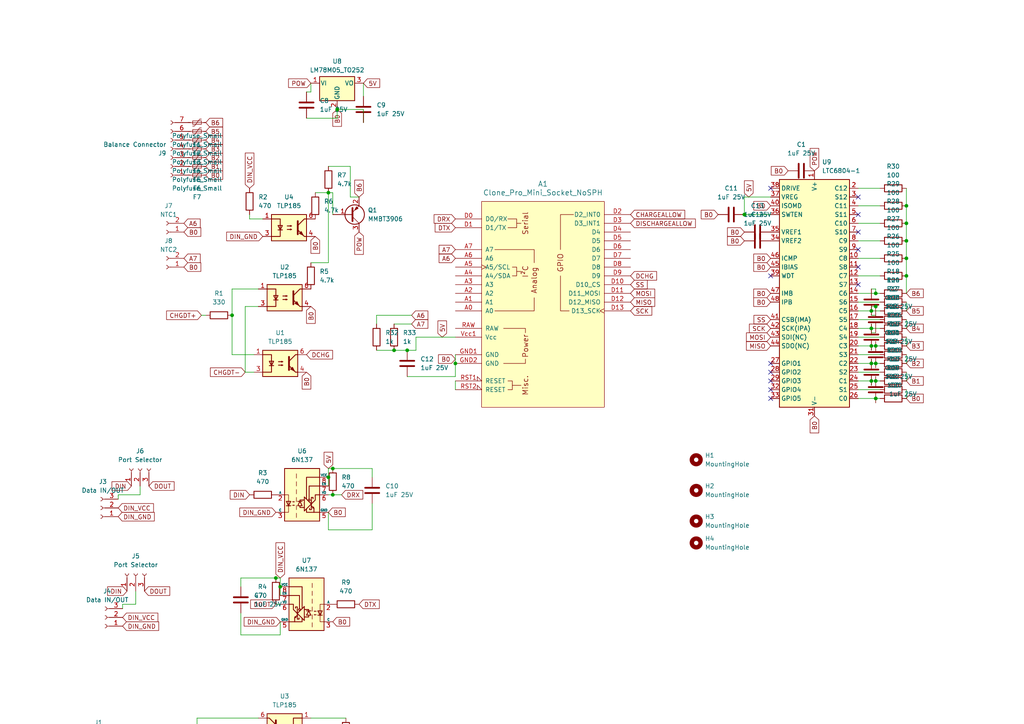
<source format=kicad_sch>
(kicad_sch (version 20230121) (generator eeschema)
  (paper "A4")
  (lib_symbols
    (symbol "Battery_Management:LTC6804-1"
      (property "Reference" "U" (at -10.16 34.29 0))
      (property "Value" "LTC6804-1" (at -16.51 -34.29 0))
      (symbol "LTC6804-1_1_1"
        (pin power_in line (at 0 35.56 270) (length 2.54) (name "V+") (number "1"))
        (pin input line (at 12.7 10.16 180) (length 2.54) (name "C8") (number "10"))
        (pin bidirectional line (at 12.7 7.62 180) (length 2.54) (name "S8") (number "11"))
        (pin input line (at 12.7 5.08 180) (length 2.54) (name "C7") (number "12"))
        (pin bidirectional line (at 12.7 2.54 180) (length 2.54) (name "S7") (number "13"))
        (pin input line (at 12.7 0 180) (length 2.54) (name "C6") (number "14"))
        (pin bidirectional line (at 12.7 -2.54 180) (length 2.54) (name "S6") (number "15"))
        (pin input line (at 12.7 -5.08 180) (length 2.54) (name "C5") (number "16"))
        (pin bidirectional line (at 12.7 -7.62 180) (length 2.54) (name "S5") (number "17"))
        (pin input line (at 12.7 -10.16 180) (length 2.54) (name "C4") (number "18"))
        (pin bidirectional line (at 12.7 -12.7 180) (length 2.54) (name "S4") (number "19"))
        (pin input line (at 12.7 30.48 180) (length 2.54) (name "C12") (number "2"))
        (pin input line (at 12.7 -15.24 180) (length 2.54) (name "C3") (number "20"))
        (pin bidirectional line (at 12.7 -17.78 180) (length 2.54) (name "S3") (number "21"))
        (pin input line (at 12.7 -20.32 180) (length 2.54) (name "C2") (number "22"))
        (pin bidirectional line (at 12.7 -22.86 180) (length 2.54) (name "S2") (number "23"))
        (pin input line (at 12.7 -25.4 180) (length 2.54) (name "C1") (number "24"))
        (pin bidirectional line (at 12.7 -27.94 180) (length 2.54) (name "S1") (number "25"))
        (pin input line (at 12.7 -30.48 180) (length 2.54) (name "C0") (number "26"))
        (pin bidirectional line (at -12.7 -20.32 0) (length 2.54) (name "GPIO1") (number "27"))
        (pin bidirectional line (at -12.7 -22.86 0) (length 2.54) (name "GPIO2") (number "28"))
        (pin bidirectional line (at -12.7 -25.4 0) (length 2.54) (name "GPIO3") (number "29"))
        (pin bidirectional line (at 12.7 27.94 180) (length 2.54) (name "S12") (number "3"))
        (pin passive line (at 0 -35.56 90) (length 2.54) hide (name "V-") (number "30"))
        (pin passive line (at 0 -35.56 90) (length 2.54) (name "V-") (number "31"))
        (pin bidirectional line (at -12.7 -27.94 0) (length 2.54) (name "GPIO4") (number "32"))
        (pin bidirectional line (at -12.7 -30.48 0) (length 2.54) (name "GPIO5") (number "33"))
        (pin output line (at -12.7 15.24 0) (length 2.54) (name "VREF2") (number "34"))
        (pin output line (at -12.7 17.78 0) (length 2.54) (name "VREF1") (number "35"))
        (pin input line (at -12.7 22.86 0) (length 2.54) (name "SWTEN") (number "36"))
        (pin input line (at -12.7 27.94 0) (length 2.54) (name "VREG") (number "37"))
        (pin output line (at -12.7 30.48 0) (length 2.54) (name "DRIVE") (number "38"))
        (pin output line (at -12.7 5.08 0) (length 2.54) (name "WDT") (number "39"))
        (pin input line (at 12.7 25.4 180) (length 2.54) (name "C11") (number "4"))
        (pin input line (at -12.7 25.4 0) (length 2.54) (name "ISOMD") (number "40"))
        (pin bidirectional line (at -12.7 -7.62 0) (length 2.54) (name "CSB(IMA)") (number "41"))
        (pin bidirectional line (at -12.7 -10.16 0) (length 2.54) (name "SCK(IPA)") (number "42"))
        (pin input line (at -12.7 -12.7 0) (length 2.54) (name "SDI(NC)") (number "43"))
        (pin open_collector line (at -12.7 -15.24 0) (length 2.54) (name "SDO(NC)") (number "44"))
        (pin passive line (at -12.7 7.62 0) (length 2.54) (name "IBIAS") (number "45"))
        (pin passive line (at -12.7 10.16 0) (length 2.54) (name "ICMP") (number "46"))
        (pin bidirectional line (at -12.7 0 0) (length 2.54) (name "IMB") (number "47"))
        (pin bidirectional line (at -12.7 -2.54 0) (length 2.54) (name "IPB") (number "48"))
        (pin bidirectional line (at 12.7 22.86 180) (length 2.54) (name "S11") (number "5"))
        (pin input line (at 12.7 20.32 180) (length 2.54) (name "C10") (number "6"))
        (pin bidirectional line (at 12.7 17.78 180) (length 2.54) (name "S10") (number "7"))
        (pin input line (at 12.7 15.24 180) (length 2.54) (name "C9") (number "8"))
        (pin bidirectional line (at 12.7 12.7 180) (length 2.54) (name "S9") (number "9"))
      )
    )
    (symbol "Connector:Conn_01x02_Socket" (pin_names (offset 1.016) hide)
      (property "Reference" "J" (at 0 2.54 0))
      (property "Value" "Conn_01x02_Socket" (at 0 -5.08 0))
      (symbol "Conn_01x02_Socket_1_1"
        (pin passive line (at -5.08 0 0) (length 3.81) (name "Pin_1") (number "1"))
        (pin passive line (at -5.08 -2.54 0) (length 3.81) (name "Pin_2") (number "2"))
      )
    )
    (symbol "Connector:Conn_01x03_Socket" (pin_names (offset 1.016) hide)
      (property "Reference" "J" (at 0 5.08 0))
      (property "Value" "Conn_01x03_Socket" (at 0 -5.08 0))
      (symbol "Conn_01x03_Socket_1_1"
        (pin passive line (at -5.08 2.54 0) (length 3.81) (name "Pin_1") (number "1"))
        (pin passive line (at -5.08 0 0) (length 3.81) (name "Pin_2") (number "2"))
        (pin passive line (at -5.08 -2.54 0) (length 3.81) (name "Pin_3") (number "3"))
      )
    )
    (symbol "Connector:Conn_01x06_Socket" (pin_names (offset 1.016) hide)
      (property "Reference" "J" (at 0 7.62 0))
      (property "Value" "Conn_01x06_Socket" (at 0 -10.16 0))
      (symbol "Conn_01x06_Socket_1_1"
        (pin passive line (at -5.08 5.08 0) (length 3.81) (name "Pin_1") (number "1"))
        (pin passive line (at -5.08 2.54 0) (length 3.81) (name "Pin_2") (number "2"))
        (pin passive line (at -5.08 0 0) (length 3.81) (name "Pin_3") (number "3"))
        (pin passive line (at -5.08 -2.54 0) (length 3.81) (name "Pin_4") (number "4"))
        (pin passive line (at -5.08 -5.08 0) (length 3.81) (name "Pin_5") (number "5"))
        (pin passive line (at -5.08 -7.62 0) (length 3.81) (name "Pin_6") (number "6"))
      )
    )
    (symbol "Connector:Conn_01x07_Socket" (pin_names (offset 1.016) hide)
      (property "Reference" "J" (at 0 10.16 0))
      (property "Value" "Conn_01x07_Socket" (at 0 -10.16 0))
      (symbol "Conn_01x07_Socket_1_1"
        (pin passive line (at -5.08 7.62 0) (length 3.81) (name "Pin_1") (number "1"))
        (pin passive line (at -5.08 5.08 0) (length 3.81) (name "Pin_2") (number "2"))
        (pin passive line (at -5.08 2.54 0) (length 3.81) (name "Pin_3") (number "3"))
        (pin passive line (at -5.08 0 0) (length 3.81) (name "Pin_4") (number "4"))
        (pin passive line (at -5.08 -2.54 0) (length 3.81) (name "Pin_5") (number "5"))
        (pin passive line (at -5.08 -5.08 0) (length 3.81) (name "Pin_6") (number "6"))
        (pin passive line (at -5.08 -7.62 0) (length 3.81) (name "Pin_7") (number "7"))
      )
    )
    (symbol "Device:C" (pin_numbers hide) (pin_names (offset 0.254))
      (property "Reference" "C" (at 0.635 2.54 0))
      (property "Value" "C" (at 0.635 -2.54 0))
      (symbol "C_1_1"
        (pin passive line (at 0 3.81 270) (length 2.794) (name "~") (number "1"))
        (pin passive line (at 0 -3.81 90) (length 2.794) (name "~") (number "2"))
      )
    )
    (symbol "Device:Polyfuse_Small" (pin_numbers hide) (pin_names (offset 0))
      (property "Reference" "F" (at -1.905 0 90))
      (property "Value" "Polyfuse_Small" (at 1.905 0 90))
      (symbol "Polyfuse_Small_1_1"
        (pin passive line (at 0 2.54 270) (length 0.635) (name "~") (number "1"))
        (pin passive line (at 0 -2.54 90) (length 0.635) (name "~") (number "2"))
      )
    )
    (symbol "Device:R" (pin_numbers hide) (pin_names (offset 0))
      (property "Reference" "R" (at 2.032 0 90))
      (property "Value" "R" (at 0 0 90))
      (symbol "R_1_1"
        (pin passive line (at 0 3.81 270) (length 1.27) (name "~") (number "1"))
        (pin passive line (at 0 -3.81 90) (length 1.27) (name "~") (number "2"))
      )
    )
    (symbol "Isolator:6N137" (pin_names (offset 0))
      (property "Reference" "U" (at -4.064 8.89 0))
      (property "Value" "6N137" (at 0 -8.89 0))
      (symbol "6N137_1_1"
        (pin no_connect line (at -5.08 5.08 0) (length 2.54) hide (name "NC") (number "1"))
        (pin passive line (at -7.62 0 0) (length 2.54) (name "A") (number "2"))
        (pin passive line (at -7.62 -5.08 0) (length 2.54) (name "C") (number "3"))
        (pin power_in line (at 7.62 -5.08 180) (length 2.54) (name "GND") (number "5"))
        (pin open_collector line (at 7.62 0 180) (length 2.54) (name "VO") (number "6"))
        (pin input line (at 7.62 2.54 180) (length 2.54) (name "EN") (number "7"))
        (pin power_in line (at 7.62 5.08 180) (length 2.54) (name "VCC") (number "8"))
      )
    )
    (symbol "Isolator:TLP185"
      (property "Reference" "U" (at -5.08 5.08 0))
      (property "Value" "TLP185" (at -5.08 -5.08 0))
      (symbol "TLP185_1_1"
        (pin passive line (at -7.62 2.54 0) (length 2.54) (name "~") (number "1"))
        (pin passive line (at -7.62 -2.54 0) (length 2.54) (name "~") (number "3"))
        (pin passive line (at 7.62 -2.54 180) (length 2.54) (name "~") (number "4"))
        (pin passive line (at 7.62 2.54 180) (length 2.54) (name "~") (number "6"))
      )
    )
    (symbol "Mechanical:MountingHole" (pin_names (offset 1.016))
      (property "Reference" "H" (at 0 5.08 0))
      (property "Value" "MountingHole" (at 0 3.175 0))
    )
    (symbol "Pro Mini:Arduino_Pro_Mini_Socket_NoSPH" (pin_names (offset 1.016))
      (property "Reference" "A" (at 0 36.83 0))
      (property "Value" "Arduino_Pro_Mini_Socket_NoSPH" (at 0 33.02 0))
      (symbol "Arduino_Pro_Mini_Socket_NoSPH_0_0"
        (text "Analog" (at -2.54 7.62 900) (effects (font (size 1.524 1.524))))
        (text "I²C" (at -5.08 10.16 900) (effects (font (size 1.524 1.524))))
        (text "Misc." (at -5.08 -22.86 900) (effects (font (size 1.524 1.524))))
        (text "Power" (at -5.08 -11.43 900) (effects (font (size 1.524 1.524))))
        (text "Serial" (at -5.08 24.13 900) (effects (font (size 1.524 1.524))))
      )
      (symbol "Arduino_Pro_Mini_Socket_NoSPH_1_0"
        (text "GPIO" (at 5.08 12.7 900) (effects (font (size 1.524 1.524))))
      )
      (symbol "Arduino_Pro_Mini_Socket_NoSPH_1_1"
        (pin bidirectional line (at -25.4 -1.27 0) (length 7.62) (name "A0") (number "A0"))
        (pin bidirectional line (at -25.4 1.27 0) (length 7.62) (name "A1") (number "A1"))
        (pin bidirectional line (at -25.4 3.81 0) (length 7.62) (name "A2") (number "A2"))
        (pin bidirectional line (at -25.4 6.35 0) (length 7.62) (name "A3") (number "A3"))
        (pin bidirectional line (at -25.4 8.89 0) (length 7.62) (name "A4/SDA") (number "A4"))
        (pin bidirectional clock (at -25.4 11.43 0) (length 7.62) (name "A5/SCL") (number "A5"))
        (pin input line (at -25.4 13.97 0) (length 7.62) (name "A6") (number "A6"))
        (pin input line (at -25.4 16.51 0) (length 7.62) (name "A7") (number "A7"))
        (pin bidirectional line (at -25.4 25.4 0) (length 7.62) (name "D0/RX") (number "D0"))
        (pin bidirectional line (at -25.4 22.86 0) (length 7.62) (name "D1/TX") (number "D1"))
        (pin bidirectional line (at 25.4 6.35 180) (length 7.62) (name "D10_CS") (number "D10"))
        (pin bidirectional line (at 25.4 3.81 180) (length 7.62) (name "D11_MOSI") (number "D11"))
        (pin bidirectional line (at 25.4 1.27 180) (length 7.62) (name "D12_MISO") (number "D12"))
        (pin bidirectional clock (at 25.4 -1.27 180) (length 7.62) (name "D13_SCK") (number "D13"))
        (pin bidirectional line (at 25.4 26.67 180) (length 7.62) (name "D2_INT0") (number "D2"))
        (pin bidirectional line (at 25.4 24.13 180) (length 7.62) (name "D3_INT1") (number "D3"))
        (pin bidirectional line (at 25.4 21.59 180) (length 7.62) (name "D4") (number "D4"))
        (pin bidirectional line (at 25.4 19.05 180) (length 7.62) (name "D5") (number "D5"))
        (pin bidirectional line (at 25.4 16.51 180) (length 7.62) (name "D6") (number "D6"))
        (pin bidirectional line (at 25.4 13.97 180) (length 7.62) (name "D7") (number "D7"))
        (pin bidirectional line (at 25.4 11.43 180) (length 7.62) (name "D8") (number "D8"))
        (pin bidirectional line (at 25.4 8.89 180) (length 7.62) (name "D9") (number "D9"))
        (pin power_in line (at -25.4 -13.97 0) (length 7.62) (name "GND") (number "GND1"))
        (pin power_in line (at -25.4 -16.51 0) (length 7.62) (name "GND") (number "GND2"))
        (pin power_in line (at -25.4 -6.35 0) (length 7.62) (name "RAW") (number "RAW"))
        (pin open_collector input_low (at -25.4 -21.59 0) (length 7.62) (name "RESET") (number "RST1"))
        (pin open_collector input_low (at -25.4 -24.13 0) (length 7.62) (name "RESET") (number "RST2"))
        (pin power_in line (at -25.4 -8.89 0) (length 7.62) (name "Vcc") (number "Vcc1"))
      )
    )
    (symbol "Regulator_Linear:LM78M05_TO252" (pin_names (offset 0.254))
      (property "Reference" "U" (at -3.81 3.175 0))
      (property "Value" "LM78M05_TO252" (at 0 3.175 0))
      (symbol "LM78M05_TO252_1_1"
        (pin power_in line (at -7.62 0 0) (length 2.54) (name "VI") (number "1"))
        (pin power_in line (at 0 -7.62 90) (length 2.54) (name "GND") (number "2"))
        (pin power_out line (at 7.62 0 180) (length 2.54) (name "VO") (number "3"))
      )
    )
    (symbol "Transistor_BJT:MMBT3906" (pin_names (offset 0) hide)
      (property "Reference" "Q" (at 5.08 1.905 0))
      (property "Value" "MMBT3906" (at 5.08 0 0))
      (symbol "MMBT3906_1_1"
        (pin input line (at -5.08 0 0) (length 5.715) (name "B") (number "1"))
        (pin passive line (at 2.54 -5.08 90) (length 2.54) (name "E") (number "2"))
        (pin passive line (at 2.54 5.08 270) (length 2.54) (name "C") (number "3"))
      )
    )
  )
  (junction (at 252.73 90.17))
  (junction (at 254 110.49))
  (junction (at 118.11 101.6))
  (junction (at 262.89 74.93))
  (junction (at 252.73 105.41))
  (junction (at 96.52 143.51))
  (junction (at 95.25 138.43))
  (junction (at 262.89 80.01))
  (junction (at 254 85.09))
  (junction (at 97.79 31.75))
  (junction (at 96.52 135.89))
  (junction (at 262.89 59.69))
  (junction (at 67.31 91.44))
  (junction (at 262.89 64.77))
  (junction (at 254 115.57))
  (junction (at 114.3 101.6))
  (junction (at 252.73 95.25))
  (junction (at 95.25 55.88))
  (junction (at 254 100.33))
  (junction (at 262.89 69.85))
  (junction (at 80.01 167.64))
  (junction (at 252.73 110.49))
  (junction (at 215.9 62.23))
  (junction (at 254 88.9))
  (junction (at 81.28 170.18))
  (junction (at 132.08 105.41))
  (junction (at 254 105.41))
  (junction (at 252.73 100.33))
  (no_connect (at 223.52 105.41))
  (no_connect (at 248.92 62.23))
  (no_connect (at 223.52 54.61))
  (no_connect (at 223.52 110.49))
  (no_connect (at 248.92 77.47))
  (no_connect (at 223.52 80.01))
  (no_connect (at 248.92 57.15))
  (no_connect (at 223.52 107.95))
  (no_connect (at 223.52 113.03))
  (no_connect (at 223.52 115.57))
  (no_connect (at 248.92 67.31))
  (no_connect (at 248.92 82.55))
  (no_connect (at 248.92 72.39))
  (wire (pts (xy 252.73 88.9) (xy 252.73 90.17)))
  (wire (pts (xy 248.92 54.61) (xy 255.27 54.61)))
  (wire (pts (xy 74.93 208.28) (xy 57.15 208.28)))
  (wire (pts (xy 33.02 214.63) (xy 57.15 214.63)))
  (wire (pts (xy 74.93 88.9) (xy 71.12 88.9)))
  (wire (pts (xy 97.79 31.75) (xy 97.79 34.29)))
  (wire (pts (xy 48.26 247.65) (xy 48.26 217.17)))
  (wire (pts (xy 254 115.57) (xy 254 116.84)))
  (wire (pts (xy 34.29 143.51) (xy 34.29 144.78)))
  (wire (pts (xy 101.6 48.26) (xy 101.6 57.15)))
  (wire (pts (xy 95.25 55.88) (xy 96.52 55.88)))
  (wire (pts (xy 69.85 184.15) (xy 81.28 184.15)))
  (wire (pts (xy 33.02 247.65) (xy 48.26 247.65)))
  (wire (pts (xy 45.72 252.73) (xy 45.72 222.25)))
  (wire (pts (xy 254 115.57) (xy 248.92 115.57)))
  (wire (pts (xy 118.11 101.6) (xy 120.65 101.6)))
  (wire (pts (xy 248.92 64.77) (xy 255.27 64.77)))
  (wire (pts (xy 91.44 55.88) (xy 95.25 55.88)))
  (wire (pts (xy 120.65 97.79) (xy 132.08 97.79)))
  (wire (pts (xy 132.08 109.22) (xy 132.08 105.41)))
  (wire (pts (xy 252.73 83.82) (xy 254 83.82)))
  (wire (pts (xy 252.73 110.49) (xy 254 110.49)))
  (wire (pts (xy 96.52 55.88) (xy 96.52 62.23)))
  (wire (pts (xy 92.71 213.36) (xy 92.71 232.41)))
  (wire (pts (xy 69.85 167.64) (xy 69.85 170.18)))
  (wire (pts (xy 81.28 167.64) (xy 81.28 170.18)))
  (wire (pts (xy 81.28 184.15) (xy 81.28 180.34)))
  (wire (pts (xy 248.92 107.95) (xy 255.27 107.95)))
  (wire (pts (xy 105.41 35.56) (xy 105.41 31.75)))
  (wire (pts (xy 101.6 57.15) (xy 104.14 57.15)))
  (wire (pts (xy 254 110.49) (xy 255.27 110.49)))
  (wire (pts (xy 97.79 30.48) (xy 97.79 31.75)))
  (wire (pts (xy 248.92 105.41) (xy 252.73 105.41)))
  (wire (pts (xy 72.39 63.5) (xy 76.2 63.5)))
  (wire (pts (xy 248.92 59.69) (xy 255.27 59.69)))
  (wire (pts (xy 215.9 57.15) (xy 215.9 62.23)))
  (wire (pts (xy 95.25 138.43) (xy 95.25 140.97)))
  (wire (pts (xy 262.89 54.61) (xy 262.89 59.69)))
  (wire (pts (xy 252.73 91.44) (xy 254 91.44)))
  (wire (pts (xy 114.3 93.98) (xy 119.38 93.98)))
  (wire (pts (xy 248.92 113.03) (xy 255.27 113.03)))
  (wire (pts (xy 88.9 34.29) (xy 97.79 34.29)))
  (wire (pts (xy 81.28 175.26) (xy 80.01 175.26)))
  (wire (pts (xy 248.92 80.01) (xy 255.27 80.01)))
  (wire (pts (xy 262.89 80.01) (xy 262.89 85.09)))
  (wire (pts (xy 69.85 167.64) (xy 80.01 167.64)))
  (wire (pts (xy 120.65 101.6) (xy 120.65 97.79)))
  (wire (pts (xy 248.92 85.09) (xy 254 85.09)))
  (wire (pts (xy 262.89 64.77) (xy 262.89 69.85)))
  (wire (pts (xy 262.89 59.69) (xy 262.89 64.77)))
  (wire (pts (xy 58.42 91.44) (xy 59.69 91.44)))
  (wire (pts (xy 39.37 171.45) (xy 39.37 175.26)))
  (wire (pts (xy 248.92 110.49) (xy 252.73 110.49)))
  (wire (pts (xy 248.92 69.85) (xy 255.27 69.85)))
  (wire (pts (xy 109.22 101.6) (xy 114.3 101.6)))
  (wire (pts (xy 252.73 110.49) (xy 252.73 111.76)))
  (wire (pts (xy 90.17 213.36) (xy 92.71 213.36)))
  (wire (pts (xy 252.73 93.98) (xy 252.73 95.25)))
  (wire (pts (xy 262.89 107.95) (xy 262.89 110.49)))
  (wire (pts (xy 118.11 109.22) (xy 132.08 109.22)))
  (wire (pts (xy 109.22 91.44) (xy 109.22 93.98)))
  (wire (pts (xy 248.92 92.71) (xy 255.27 92.71)))
  (wire (pts (xy 67.31 83.82) (xy 74.93 83.82)))
  (wire (pts (xy 72.39 62.23) (xy 72.39 63.5)))
  (wire (pts (xy 248.92 100.33) (xy 252.73 100.33)))
  (wire (pts (xy 71.12 107.95) (xy 73.66 107.95)))
  (wire (pts (xy 57.15 208.28) (xy 57.15 214.63)))
  (wire (pts (xy 95.25 55.88) (xy 95.25 76.2)))
  (wire (pts (xy 67.31 91.44) (xy 67.31 83.82)))
  (wire (pts (xy 58.42 213.36) (xy 58.42 245.11)))
  (wire (pts (xy 248.92 97.79) (xy 255.27 97.79)))
  (wire (pts (xy 76.2 227.33) (xy 59.69 227.33)))
  (wire (pts (xy 254 105.41) (xy 255.27 105.41)))
  (wire (pts (xy 58.42 245.11) (xy 33.02 245.11)))
  (wire (pts (xy 114.3 101.6) (xy 118.11 101.6)))
  (wire (pts (xy 262.89 92.71) (xy 262.89 95.25)))
  (wire (pts (xy 107.95 153.67) (xy 95.25 153.67)))
  (wire (pts (xy 69.85 177.8) (xy 69.85 184.15)))
  (wire (pts (xy 95.25 135.89) (xy 95.25 138.43)))
  (wire (pts (xy 254 83.82) (xy 254 85.09)))
  (wire (pts (xy 81.28 170.18) (xy 81.28 172.72)))
  (wire (pts (xy 252.73 101.6) (xy 252.73 100.33)))
  (wire (pts (xy 262.89 97.79) (xy 262.89 100.33)))
  (wire (pts (xy 223.52 57.15) (xy 215.9 57.15)))
  (wire (pts (xy 95.25 143.51) (xy 96.52 143.51)))
  (wire (pts (xy 33.02 219.71) (xy 59.69 219.71)))
  (wire (pts (xy 34.29 143.51) (xy 40.64 143.51)))
  (wire (pts (xy 95.25 153.67) (xy 95.25 148.59)))
  (wire (pts (xy 254 96.52) (xy 252.73 96.52)))
  (wire (pts (xy 45.72 222.25) (xy 33.02 222.25)))
  (wire (pts (xy 76.2 232.41) (xy 55.88 232.41)))
  (wire (pts (xy 107.95 146.05) (xy 107.95 153.67)))
  (wire (pts (xy 132.08 102.87) (xy 132.08 105.41)))
  (wire (pts (xy 100.33 215.9) (xy 100.33 217.17)))
  (wire (pts (xy 248.92 95.25) (xy 252.73 95.25)))
  (wire (pts (xy 262.89 102.87) (xy 262.89 105.41)))
  (wire (pts (xy 40.64 140.97) (xy 40.64 143.51)))
  (wire (pts (xy 252.73 96.52) (xy 252.73 95.25)))
  (wire (pts (xy 252.73 104.14) (xy 252.73 105.41)))
  (wire (pts (xy 107.95 138.43) (xy 107.95 135.89)))
  (wire (pts (xy 254 99.06) (xy 254 100.33)))
  (wire (pts (xy 248.92 74.93) (xy 255.27 74.93)))
  (wire (pts (xy 55.88 232.41) (xy 55.88 250.19)))
  (wire (pts (xy 96.52 143.51) (xy 99.06 143.51)))
  (wire (pts (xy 254 88.9) (xy 252.73 88.9)))
  (wire (pts (xy 90.17 76.2) (xy 95.25 76.2)))
  (wire (pts (xy 105.41 31.75) (xy 97.79 31.75)))
  (wire (pts (xy 248.92 102.87) (xy 255.27 102.87)))
  (wire (pts (xy 48.26 217.17) (xy 33.02 217.17)))
  (wire (pts (xy 262.89 87.63) (xy 262.89 90.17)))
  (wire (pts (xy 91.44 227.33) (xy 100.33 227.33)))
  (wire (pts (xy 105.41 24.13) (xy 105.41 27.94)))
  (wire (pts (xy 33.02 252.73) (xy 45.72 252.73)))
  (wire (pts (xy 254 105.41) (xy 254 106.68)))
  (wire (pts (xy 252.73 105.41) (xy 254 105.41)))
  (wire (pts (xy 252.73 90.17) (xy 255.27 90.17)))
  (wire (pts (xy 71.12 88.9) (xy 71.12 107.95)))
  (wire (pts (xy 215.9 62.23) (xy 223.52 62.23)))
  (wire (pts (xy 262.89 69.85) (xy 262.89 74.93)))
  (wire (pts (xy 80.01 167.64) (xy 81.28 167.64)))
  (wire (pts (xy 100.33 208.28) (xy 90.17 208.28)))
  (wire (pts (xy 252.73 100.33) (xy 254 100.33)))
  (wire (pts (xy 35.56 175.26) (xy 35.56 176.53)))
  (wire (pts (xy 248.92 87.63) (xy 255.27 87.63)))
  (wire (pts (xy 96.52 135.89) (xy 107.95 135.89)))
  (wire (pts (xy 58.42 213.36) (xy 74.93 213.36)))
  (wire (pts (xy 255.27 115.57) (xy 254 115.57)))
  (wire (pts (xy 252.73 95.25) (xy 255.27 95.25)))
  (wire (pts (xy 248.92 90.17) (xy 252.73 90.17)))
  (wire (pts (xy 33.02 250.19) (xy 55.88 250.19)))
  (wire (pts (xy 119.38 91.44) (xy 109.22 91.44)))
  (wire (pts (xy 67.31 102.87) (xy 67.31 91.44)))
  (wire (pts (xy 59.69 227.33) (xy 59.69 219.71)))
  (wire (pts (xy 254 109.22) (xy 254 110.49)))
  (wire (pts (xy 132.08 110.49) (xy 132.08 113.03)))
  (wire (pts (xy 254 100.33) (xy 255.27 100.33)))
  (wire (pts (xy 96.52 135.89) (xy 95.25 135.89)))
  (wire (pts (xy 95.25 48.26) (xy 101.6 48.26)))
  (wire (pts (xy 73.66 102.87) (xy 67.31 102.87)))
  (wire (pts (xy 88.9 26.67) (xy 90.17 26.67)))
  (wire (pts (xy 262.89 113.03) (xy 262.89 115.57)))
  (wire (pts (xy 35.56 175.26) (xy 39.37 175.26)))
  (wire (pts (xy 92.71 232.41) (xy 91.44 232.41)))
  (wire (pts (xy 254 88.9) (xy 254 91.44)))
  (wire (pts (xy 90.17 26.67) (xy 90.17 24.13)))
  (wire (pts (xy 254 85.09) (xy 255.27 85.09)))
  (wire (pts (xy 262.89 74.93) (xy 262.89 80.01)))
  (global_label "DTX" (shape input) (at 104.14 175.26 0) (property "Intersheetrefs" "${INTERSHEET_REFS}" (effects hide)))
  (global_label "B1" (shape input) (at 262.89 110.49 0) (property "Intersheetrefs" "${INTERSHEET_REFS}" (effects hide)))
  (global_label "B3" (shape input) (at 59.69 43.18 0) (property "Intersheetrefs" "${INTERSHEET_REFS}" (effects hide)))
  (global_label "A7" (shape input) (at 53.34 74.93 0) (property "Intersheetrefs" "${INTERSHEET_REFS}" (effects hide)))
  (global_label "A7" (shape input) (at 119.38 93.98 0) (property "Intersheetrefs" "${INTERSHEET_REFS}" (effects hide)))
  (global_label "B0" (shape input) (at 223.52 74.93 180) (property "Intersheetrefs" "${INTERSHEET_REFS}" (effects hide)))
  (global_label "DIN_GND" (shape input) (at 81.28 180.34 180) (property "Intersheetrefs" "${INTERSHEET_REFS}" (effects hide)))
  (global_label "B4" (shape input) (at 59.69 40.64 0) (property "Intersheetrefs" "${INTERSHEET_REFS}" (effects hide)))
  (global_label "B6" (shape input) (at 104.14 57.15 90) (property "Intersheetrefs" "${INTERSHEET_REFS}" (effects hide)))
  (global_label "DIN_GND" (shape input) (at 35.56 181.61 0) (property "Intersheetrefs" "${INTERSHEET_REFS}" (effects hide)))
  (global_label "DIN_GND" (shape input) (at 34.29 149.86 0) (property "Intersheetrefs" "${INTERSHEET_REFS}" (effects hide)))
  (global_label "MOSI" (shape input) (at 223.52 97.79 180) (property "Intersheetrefs" "${INTERSHEET_REFS}" (effects hide)))
  (global_label "DTX" (shape input) (at 132.08 66.04 180) (property "Intersheetrefs" "${INTERSHEET_REFS}" (effects hide)))
  (global_label "B0" (shape input) (at 53.34 77.47 0) (property "Intersheetrefs" "${INTERSHEET_REFS}" (effects hide)))
  (global_label "A6" (shape input) (at 119.38 91.44 0) (property "Intersheetrefs" "${INTERSHEET_REFS}" (effects hide)))
  (global_label "SCK" (shape input) (at 182.88 90.17 0) (property "Intersheetrefs" "${INTERSHEET_REFS}" (effects hide)))
  (global_label "CHGDT+" (shape input) (at 33.02 224.79 0) (property "Intersheetrefs" "${INTERSHEET_REFS}" (effects hide)))
  (global_label "A7" (shape input) (at 132.08 72.39 180) (property "Intersheetrefs" "${INTERSHEET_REFS}" (effects hide)))
  (global_label "DISCHARGEALLOW" (shape input) (at 182.88 64.77 0) (property "Intersheetrefs" "${INTERSHEET_REFS}" (effects hide)))
  (global_label "5V" (shape input) (at 95.25 135.89 90) (property "Intersheetrefs" "${INTERSHEET_REFS}" (effects hide)))
  (global_label "B0" (shape input) (at 95.25 148.59 0) (property "Intersheetrefs" "${INTERSHEET_REFS}" (effects hide)))
  (global_label "B5" (shape input) (at 262.89 90.17 0) (property "Intersheetrefs" "${INTERSHEET_REFS}" (effects hide)))
  (global_label "DIN_GND" (shape input) (at 80.01 148.59 180) (property "Intersheetrefs" "${INTERSHEET_REFS}" (effects hide)))
  (global_label "B6" (shape input) (at 59.69 35.56 0) (property "Intersheetrefs" "${INTERSHEET_REFS}" (effects hide)))
  (global_label "SS" (shape input) (at 223.52 92.71 180) (property "Intersheetrefs" "${INTERSHEET_REFS}" (effects hide)))
  (global_label "5V" (shape input) (at 105.41 24.13 0) (property "Intersheetrefs" "${INTERSHEET_REFS}" (effects hide)))
  (global_label "DIN" (shape input) (at 38.1 140.97 180) (property "Intersheetrefs" "${INTERSHEET_REFS}" (effects hide)))
  (global_label "MISO" (shape input) (at 223.52 100.33 180) (property "Intersheetrefs" "${INTERSHEET_REFS}" (effects hide)))
  (global_label "B6" (shape input) (at 262.89 85.09 0) (property "Intersheetrefs" "${INTERSHEET_REFS}" (effects hide)))
  (global_label "DCHG" (shape input) (at 88.9 102.87 0) (property "Intersheetrefs" "${INTERSHEET_REFS}" (effects hide)))
  (global_label "B3" (shape input) (at 262.89 100.33 0) (property "Intersheetrefs" "${INTERSHEET_REFS}" (effects hide)))
  (global_label "B0" (shape input) (at 208.28 62.23 180) (property "Intersheetrefs" "${INTERSHEET_REFS}" (effects hide)))
  (global_label "CHGDT+" (shape input) (at 58.42 91.44 180) (property "Intersheetrefs" "${INTERSHEET_REFS}" (effects hide)))
  (global_label "B0" (shape input) (at 132.08 104.14 180) (property "Intersheetrefs" "${INTERSHEET_REFS}" (effects hide)))
  (global_label "SS" (shape input) (at 182.88 82.55 0) (property "Intersheetrefs" "${INTERSHEET_REFS}" (effects hide)))
  (global_label "DIN_VCC" (shape input) (at 81.28 167.64 90) (property "Intersheetrefs" "${INTERSHEET_REFS}" (effects hide)))
  (global_label "B0" (shape input) (at 88.9 107.95 270) (property "Intersheetrefs" "${INTERSHEET_REFS}" (effects hide)))
  (global_label "CHGDT-" (shape input) (at 33.02 227.33 0) (property "Intersheetrefs" "${INTERSHEET_REFS}" (effects hide)))
  (global_label "DOUT" (shape input) (at 43.18 140.97 0) (property "Intersheetrefs" "${INTERSHEET_REFS}" (effects hide)))
  (global_label "DIN" (shape input) (at 36.83 171.45 180) (property "Intersheetrefs" "${INTERSHEET_REFS}" (effects hide)))
  (global_label "DIN_GND" (shape input) (at 76.2 68.58 180) (property "Intersheetrefs" "${INTERSHEET_REFS}" (effects hide)))
  (global_label "B0" (shape input) (at 53.34 67.31 0) (property "Intersheetrefs" "${INTERSHEET_REFS}" (effects hide)))
  (global_label "CHARGEALLOW" (shape input) (at 182.88 62.23 0) (property "Intersheetrefs" "${INTERSHEET_REFS}" (effects hide)))
  (global_label "B0" (shape input) (at 215.9 67.31 180) (property "Intersheetrefs" "${INTERSHEET_REFS}" (effects hide)))
  (global_label "B0" (shape input) (at 97.79 31.75 270) (property "Intersheetrefs" "${INTERSHEET_REFS}" (effects hide)))
  (global_label "B0" (shape input) (at 59.69 50.8 0) (property "Intersheetrefs" "${INTERSHEET_REFS}" (effects hide)))
  (global_label "B2" (shape input) (at 59.69 45.72 0) (property "Intersheetrefs" "${INTERSHEET_REFS}" (effects hide)))
  (global_label "CHARGEALLOW" (shape input) (at 100.33 219.71 0) (property "Intersheetrefs" "${INTERSHEET_REFS}" (effects hide)))
  (global_label "A6" (shape input) (at 53.34 64.77 0) (property "Intersheetrefs" "${INTERSHEET_REFS}" (effects hide)))
  (global_label "CHGDT+" (shape input) (at 33.02 255.27 0) (property "Intersheetrefs" "${INTERSHEET_REFS}" (effects hide)))
  (global_label "5V" (shape input) (at 217.17 57.15 90) (property "Intersheetrefs" "${INTERSHEET_REFS}" (effects hide)))
  (global_label "5V" (shape input) (at 128.27 97.79 90) (property "Intersheetrefs" "${INTERSHEET_REFS}" (effects hide)))
  (global_label "B5" (shape input) (at 59.69 38.1 0) (property "Intersheetrefs" "${INTERSHEET_REFS}" (effects hide)))
  (global_label "B0" (shape input) (at 262.89 115.57 0) (property "Intersheetrefs" "${INTERSHEET_REFS}" (effects hide)))
  (global_label "B0" (shape input) (at 215.9 69.85 180) (property "Intersheetrefs" "${INTERSHEET_REFS}" (effects hide)))
  (global_label "DIN_VCC" (shape input) (at 72.39 54.61 90) (property "Intersheetrefs" "${INTERSHEET_REFS}" (effects hide)))
  (global_label "B0" (shape input) (at 228.6 49.53 180) (property "Intersheetrefs" "${INTERSHEET_REFS}" (effects hide)))
  (global_label "DOUT" (shape input) (at 41.91 171.45 0) (property "Intersheetrefs" "${INTERSHEET_REFS}" (effects hide)))
  (global_label "B2" (shape input) (at 262.89 105.41 0) (property "Intersheetrefs" "${INTERSHEET_REFS}" (effects hide)))
  (global_label "DIN_VCC" (shape input) (at 35.56 179.07 0) (property "Intersheetrefs" "${INTERSHEET_REFS}" (effects hide)))
  (global_label "MOSI" (shape input) (at 182.88 85.09 0) (property "Intersheetrefs" "${INTERSHEET_REFS}" (effects hide)))
  (global_label "POW" (shape input) (at 104.14 67.31 270) (property "Intersheetrefs" "${INTERSHEET_REFS}" (effects hide)))
  (global_label "B0" (shape input) (at 91.44 68.58 270) (property "Intersheetrefs" "${INTERSHEET_REFS}" (effects hide)))
  (global_label "POW" (shape input) (at 236.22 49.53 90) (property "Intersheetrefs" "${INTERSHEET_REFS}" (effects hide)))
  (global_label "B0" (shape input) (at 92.71 229.87 0) (property "Intersheetrefs" "${INTERSHEET_REFS}" (effects hide)))
  (global_label "DRX" (shape input) (at 132.08 63.5 180) (property "Intersheetrefs" "${INTERSHEET_REFS}" (effects hide)))
  (global_label "SCK" (shape input) (at 223.52 95.25 180) (property "Intersheetrefs" "${INTERSHEET_REFS}" (effects hide)))
  (global_label "DCHG" (shape input) (at 182.88 80.01 0) (property "Intersheetrefs" "${INTERSHEET_REFS}" (effects hide)))
  (global_label "CHGDT-" (shape input) (at 33.02 257.81 0) (property "Intersheetrefs" "${INTERSHEET_REFS}" (effects hide)))
  (global_label "DOUT" (shape input) (at 80.01 175.26 180) (property "Intersheetrefs" "${INTERSHEET_REFS}" (effects hide)))
  (global_label "DRX" (shape input) (at 99.06 143.51 0) (property "Intersheetrefs" "${INTERSHEET_REFS}" (effects hide)))
  (global_label "B0" (shape input) (at 223.52 77.47 180) (property "Intersheetrefs" "${INTERSHEET_REFS}" (effects hide)))
  (global_label "DIN" (shape input) (at 72.39 143.51 180) (property "Intersheetrefs" "${INTERSHEET_REFS}" (effects hide)))
  (global_label "B0" (shape input) (at 223.52 87.63 180) (property "Intersheetrefs" "${INTERSHEET_REFS}" (effects hide)))
  (global_label "MISO" (shape input) (at 182.88 87.63 0) (property "Intersheetrefs" "${INTERSHEET_REFS}" (effects hide)))
  (global_label "DISCHARGEALLOW" (shape input) (at 100.33 217.17 0) (property "Intersheetrefs" "${INTERSHEET_REFS}" (effects hide)))
  (global_label "B0" (shape input) (at 96.52 180.34 0) (property "Intersheetrefs" "${INTERSHEET_REFS}" (effects hide)))
  (global_label "CHGDT-" (shape input) (at 71.12 107.95 180) (property "Intersheetrefs" "${INTERSHEET_REFS}" (effects hide)))
  (global_label "DIN_VCC" (shape input) (at 34.29 147.32 0) (property "Intersheetrefs" "${INTERSHEET_REFS}" (effects hide)))
  (global_label "B1" (shape input) (at 59.69 48.26 0) (property "Intersheetrefs" "${INTERSHEET_REFS}" (effects hide)))
  (global_label "A6" (shape input) (at 132.08 74.93 180) (property "Intersheetrefs" "${INTERSHEET_REFS}" (effects hide)))
  (global_label "B4" (shape input) (at 262.89 95.25 0) (property "Intersheetrefs" "${INTERSHEET_REFS}" (effects hide)))
  (global_label "B0" (shape input) (at 90.17 88.9 270) (property "Intersheetrefs" "${INTERSHEET_REFS}" (effects hide)))
  (global_label "POW" (shape input) (at 90.17 24.13 180) (property "Intersheetrefs" "${INTERSHEET_REFS}" (effects hide)))
  (global_label "B0" (shape input) (at 223.52 85.09 180) (property "Intersheetrefs" "${INTERSHEET_REFS}" (effects hide)))
  (global_label "B0" (shape input) (at 236.22 120.65 270) (property "Intersheetrefs" "${INTERSHEET_REFS}" (effects hide)))
  (global_label "B0" (shape input) (at 223.52 59.69 180) (property "Intersheetrefs" "${INTERSHEET_REFS}" (effects hide)))
  (symbol (lib_id "Device:C") (at 212.09 62.23 270) (unit 1)
    (property "Reference" "C11" (at 212.09 54.61 90))
    (property "Value" "1uF 25V" (at 212.09 57.15 90))
    (property "Footprint" "Capacitor_SMD:C_0805_2012Metric_Pad1.18x1.45mm_HandSolder" (effects hide))
  )
  (symbol (lib_id "Device:R") (at 259.08 92.71 270) (unit 1)
    (property "Reference" "R23" (at 259.08 86.36 90))
    (property "Value" "22" (at 259.08 88.9 90))
    (property "Footprint" "Resistor_SMD:R_0805_2012Metric_Pad1.20x1.40mm_HandSolder" (effects hide))
  )
  (symbol (lib_id "Device:R") (at 259.08 54.61 270) (unit 1)
    (property "Reference" "R30" (at 259.08 48.26 90))
    (property "Value" "100" (at 259.08 50.8 90))
    (property "Footprint" "Resistor_SMD:R_0805_2012Metric_Pad1.20x1.40mm_HandSolder" (effects hide))
  )
  (symbol (lib_id "Mechanical:MountingHole") (at 201.93 133.35 0) (unit 1)
    (property "Reference" "H1" (at 204.47 132.08 0) (effects (justify left)))
    (property "Value" "MountingHole" (at 204.47 134.62 0) (effects (justify left)))
    (property "Footprint" "MountingHole:MountingHole_3.2mm_M3" (effects hide))
  )
  (symbol (lib_id "Connector:Conn_01x06_Socket") (at 27.94 222.25 180) (unit 1)
    (property "Reference" "J1" (at 28.575 209.55 0))
    (property "Value" "CHG/DSCHG CTRL" (at 28.575 212.09 0))
    (property "Footprint" "Connector_JST:JST_XH_S6B-XH-A_1x06_P2.50mm_Horizontal" (effects hide))
  )
  (symbol (lib_id "Device:R") (at 100.33 175.26 90) (mirror x) (unit 1)
    (property "Reference" "R9" (at 100.33 168.91 90))
    (property "Value" "470" (at 100.33 171.45 90))
    (property "Footprint" "Resistor_SMD:R_0805_2012Metric_Pad1.20x1.40mm_HandSolder" (effects hide))
  )
  (symbol (lib_id "Device:R") (at 259.08 69.85 270) (unit 1)
    (property "Reference" "R27" (at 259.08 63.5 90))
    (property "Value" "100" (at 259.08 66.04 90))
    (property "Footprint" "Resistor_SMD:R_0805_2012Metric_Pad1.20x1.40mm_HandSolder" (effects hide))
  )
  (symbol (lib_id "Device:C") (at 252.73 87.63 0) (unit 1)
    (property "Reference" "C15" (at 256.54 86.36 0) (effects (justify left)))
    (property "Value" "1uF 25V" (at 256.54 88.9 0) (effects (justify left)))
    (property "Footprint" "Capacitor_SMD:C_0805_2012Metric_Pad1.18x1.45mm_HandSolder" (effects hide))
  )
  (symbol (lib_id "Device:R") (at 259.08 80.01 270) (unit 1)
    (property "Reference" "R25" (at 259.08 73.66 90))
    (property "Value" "100" (at 259.08 76.2 90))
    (property "Footprint" "Resistor_SMD:R_0805_2012Metric_Pad1.20x1.40mm_HandSolder" (effects hide))
  )
  (symbol (lib_id "Regulator_Linear:LM78M05_TO252") (at 97.79 24.13 0) (unit 1)
    (property "Reference" "U8" (at 97.79 17.78 0))
    (property "Value" "LM78M05_TO252" (at 97.79 20.32 0))
    (property "Footprint" "Package_TO_SOT_SMD:TO-252-2" (effects hide))
    (property "Datasheet" "https://www.onsemi.com/pub/Collateral/MC78M00-D.PDF" (effects hide))
  )
  (symbol (lib_id "Pro Mini:Arduino_Pro_Mini_Socket_NoSPH") (at 157.48 88.9 0) (unit 1)
    (property "Reference" "A1" (at 157.48 53.34 0) (effects (font (size 1.524 1.524))))
    (property "Value" "Clone_Pro_Mini_Socket_NoSPH" (at 157.48 55.88 0) (effects (font (size 1.524 1.524))))
    (property "Footprint" "Pro Mini:Clone_Pro_Mini_Socket_NoSPH" (effects hide))
    (property "Datasheet" "https://docs.arduino.cc/retired/boards/arduino-pro-mini" (effects hide))
  )
  (symbol (lib_id "Device:R") (at 259.08 102.87 270) (unit 1)
    (property "Reference" "R21" (at 259.08 96.52 90))
    (property "Value" "22" (at 259.08 99.06 90))
    (property "Footprint" "Resistor_SMD:R_0805_2012Metric_Pad1.20x1.40mm_HandSolder" (effects hide))
  )
  (symbol (lib_id "Device:C") (at 252.73 107.95 0) (unit 1)
    (property "Reference" "C19" (at 256.54 106.68 0) (effects (justify left)))
    (property "Value" "1uF 25V" (at 256.54 109.22 0) (effects (justify left)))
    (property "Footprint" "Capacitor_SMD:C_0805_2012Metric_Pad1.18x1.45mm_HandSolder" (effects hide))
  )
  (symbol (lib_id "Device:C") (at 232.41 49.53 90) (unit 1)
    (property "Reference" "C1" (at 232.41 41.91 90))
    (property "Value" "1uF 25V" (at 232.41 44.45 90))
    (property "Footprint" "Capacitor_SMD:C_0805_2012Metric_Pad1.18x1.45mm_HandSolder" (effects hide))
  )
  (symbol (lib_id "Device:R") (at 259.08 59.69 270) (unit 1)
    (property "Reference" "R29" (at 259.08 53.34 90))
    (property "Value" "100" (at 259.08 55.88 90))
    (property "Footprint" "Resistor_SMD:R_0805_2012Metric_Pad1.20x1.40mm_HandSolder" (effects hide))
  )
  (symbol (lib_id "Device:C") (at 252.73 97.79 0) (unit 1)
    (property "Reference" "C17" (at 256.54 96.52 0) (effects (justify left)))
    (property "Value" "1uF 25V" (at 256.54 99.06 0) (effects (justify left)))
    (property "Footprint" "Capacitor_SMD:C_0805_2012Metric_Pad1.18x1.45mm_HandSolder" (effects hide))
  )
  (symbol (lib_id "Device:Polyfuse_Small") (at 57.15 45.72 270) (unit 1)
    (property "Reference" "F5" (at 57.15 52.07 90))
    (property "Value" "Polyfuse_Small" (at 57.15 49.53 90))
    (property "Footprint" "Resistor_SMD:R_1206_3216Metric_Pad1.30x1.75mm_HandSolder" (effects hide))
  )
  (symbol (lib_id "Device:R") (at 259.08 100.33 270) (unit 1)
    (property "Reference" "R15" (at 259.08 93.98 90))
    (property "Value" "100" (at 259.08 96.52 90))
    (property "Footprint" "Resistor_SMD:R_0805_2012Metric_Pad1.20x1.40mm_HandSolder" (effects hide))
  )
  (symbol (lib_id "Device:R") (at 259.08 110.49 270) (unit 1)
    (property "Reference" "R13" (at 259.08 104.14 90))
    (property "Value" "100" (at 259.08 106.68 90))
    (property "Footprint" "Resistor_SMD:R_0805_2012Metric_Pad1.20x1.40mm_HandSolder" (effects hide))
  )
  (symbol (lib_id "Device:C") (at 105.41 31.75 0) (unit 1)
    (property "Reference" "C9" (at 109.22 30.48 0) (effects (justify left)))
    (property "Value" "1uF 25V" (at 109.22 33.02 0) (effects (justify left)))
    (property "Footprint" "Capacitor_SMD:C_0805_2012Metric_Pad1.18x1.45mm_HandSolder" (effects hide))
  )
  (symbol (lib_id "Device:Polyfuse_Small") (at 57.15 35.56 270) (unit 1)
    (property "Reference" "F1" (at 57.15 41.91 90))
    (property "Value" "Polyfuse_Small" (at 57.15 39.37 90))
    (property "Footprint" "Resistor_SMD:R_1206_3216Metric_Pad1.30x1.75mm_HandSolder" (effects hide))
  )
  (symbol (lib_id "Device:C") (at 219.71 67.31 270) (unit 1)
    (property "Reference" "C13" (at 219.71 59.69 90))
    (property "Value" "1uF 25V" (at 219.71 62.23 90))
    (property "Footprint" "Capacitor_SMD:C_0805_2012Metric_Pad1.18x1.45mm_HandSolder" (effects hide))
  )
  (symbol (lib_id "Device:R") (at 259.08 107.95 270) (unit 1)
    (property "Reference" "R20" (at 259.08 101.6 90))
    (property "Value" "22" (at 259.08 104.14 90))
    (property "Footprint" "Resistor_SMD:R_0805_2012Metric_Pad1.20x1.40mm_HandSolder" (effects hide))
  )
  (symbol (lib_id "Device:R") (at 259.08 85.09 270) (unit 1)
    (property "Reference" "R18" (at 259.08 78.74 90))
    (property "Value" "100" (at 259.08 81.28 90))
    (property "Footprint" "Resistor_SMD:R_0805_2012Metric_Pad1.20x1.40mm_HandSolder" (effects hide))
  )
  (symbol (lib_id "Connector:Conn_01x07_Socket") (at 49.53 43.18 180) (unit 1)
    (property "Reference" "J9" (at 48.26 44.45 0) (effects (justify left)))
    (property "Value" "Balance Connector" (at 48.26 41.91 0) (effects (justify left)))
    (property "Footprint" "Connector_JST:JST_XH_S7B-XH-A_1x07_P2.50mm_Horizontal" (effects hide))
  )
  (symbol (lib_id "Device:R") (at 100.33 223.52 0) (mirror y) (unit 1)
    (property "Reference" "R11" (at 97.79 222.25 0) (effects (justify left)))
    (property "Value" "470" (at 97.79 224.79 0) (effects (justify left)))
    (property "Footprint" "Resistor_SMD:R_0805_2012Metric_Pad1.20x1.40mm_HandSolder" (effects hide))
  )
  (symbol (lib_id "Device:R") (at 96.52 139.7 0) (unit 1)
    (property "Reference" "R8" (at 99.06 138.43 0) (effects (justify left)))
    (property "Value" "470" (at 99.06 140.97 0) (effects (justify left)))
    (property "Footprint" "Resistor_SMD:R_0805_2012Metric_Pad1.20x1.40mm_HandSolder" (effects hide))
  )
  (symbol (lib_id "Mechanical:MountingHole") (at 201.93 142.24 0) (unit 1)
    (property "Reference" "H2" (at 204.47 140.97 0) (effects (justify left)))
    (property "Value" "MountingHole" (at 204.47 143.51 0) (effects (justify left)))
    (property "Footprint" "MountingHole:MountingHole_3.2mm_M3" (effects hide))
  )
  (symbol (lib_id "Device:R") (at 100.33 212.09 0) (mirror y) (unit 1)
    (property "Reference" "R10" (at 97.79 210.82 0) (effects (justify left)))
    (property "Value" "470" (at 97.79 213.36 0) (effects (justify left)))
    (property "Footprint" "Resistor_SMD:R_0805_2012Metric_Pad1.20x1.40mm_HandSolder" (effects hide))
  )
  (symbol (lib_id "Device:R") (at 259.08 95.25 270) (unit 1)
    (property "Reference" "R16" (at 259.08 88.9 90))
    (property "Value" "100" (at 259.08 91.44 90))
    (property "Footprint" "Resistor_SMD:R_0805_2012Metric_Pad1.20x1.40mm_HandSolder" (effects hide))
  )
  (symbol (lib_id "Device:R") (at 91.44 59.69 180) (unit 1)
    (property "Reference" "R6" (at 93.98 58.42 0) (effects (justify right)))
    (property "Value" "4.7k" (at 93.98 60.96 0) (effects (justify right)))
    (property "Footprint" "Resistor_SMD:R_0805_2012Metric_Pad1.20x1.40mm_HandSolder" (effects hide))
  )
  (symbol (lib_id "Device:C") (at 254 102.87 0) (unit 1)
    (property "Reference" "C18" (at 257.81 101.6 0) (effects (justify left)))
    (property "Value" "1uF 25V" (at 257.81 104.14 0) (effects (justify left)))
    (property "Footprint" "Capacitor_SMD:C_0805_2012Metric_Pad1.18x1.45mm_HandSolder" (effects hide))
  )
  (symbol (lib_id "Device:R") (at 114.3 97.79 180) (unit 1)
    (property "Reference" "R33" (at 116.84 96.52 0) (effects (justify right)))
    (property "Value" "1k" (at 116.84 99.06 0) (effects (justify right)))
    (property "Footprint" "Resistor_SMD:R_0805_2012Metric_Pad1.20x1.40mm_HandSolder" (effects hide))
  )
  (symbol (lib_id "Device:R") (at 90.17 80.01 180) (unit 1)
    (property "Reference" "R5" (at 92.71 78.74 0) (effects (justify right)))
    (property "Value" "4.7k" (at 92.71 81.28 0) (effects (justify right)))
    (property "Footprint" "Resistor_SMD:R_0805_2012Metric_Pad1.20x1.40mm_HandSolder" (effects hide))
  )
  (symbol (lib_id "Device:C") (at 88.9 30.48 0) (unit 1)
    (property "Reference" "C8" (at 92.71 29.21 0) (effects (justify left)))
    (property "Value" "1uF 25V" (at 92.71 31.75 0) (effects (justify left)))
    (property "Footprint" "Capacitor_SMD:C_0805_2012Metric_Pad1.18x1.45mm_HandSolder" (effects hide))
  )
  (symbol (lib_id "Device:R") (at 63.5 91.44 270) (unit 1)
    (property "Reference" "R1" (at 63.5 85.09 90))
    (property "Value" "330" (at 63.5 87.63 90))
    (property "Footprint" "Resistor_SMD:R_0805_2012Metric_Pad1.20x1.40mm_HandSolder" (effects hide))
  )
  (symbol (lib_id "Connector:Conn_01x06_Socket") (at 27.94 252.73 180) (unit 1)
    (property "Reference" "J2" (at 28.575 240.03 0))
    (property "Value" "CHG/DSCHG CTRL CMP (SHORT DATA FOR STANDALONE)" (at 28.575 242.57 0))
    (property "Footprint" "Connector_JST:JST_XH_B6B-XH-AM_1x06_P2.50mm_Vertical" (effects hide))
  )
  (symbol (lib_id "Device:R") (at 259.08 115.57 270) (unit 1)
    (property "Reference" "R12" (at 259.08 109.22 90))
    (property "Value" "100" (at 259.08 111.76 90))
    (property "Footprint" "Resistor_SMD:R_0805_2012Metric_Pad1.20x1.40mm_HandSolder" (effects hide))
  )
  (symbol (lib_id "Device:C") (at 69.85 173.99 0) (unit 1)
    (property "Reference" "C7" (at 73.66 172.72 0) (effects (justify left)))
    (property "Value" "1uF 25V" (at 73.66 175.26 0) (effects (justify left)))
    (property "Footprint" "Capacitor_SMD:C_0805_2012Metric_Pad1.18x1.45mm_HandSolder" (effects hide))
  )
  (symbol (lib_id "Isolator:TLP185") (at 83.82 229.87 0) (mirror y) (unit 1)
    (property "Reference" "U5" (at 83.82 220.98 0))
    (property "Value" "TLP185" (at 83.82 223.52 0))
    (property "Footprint" "Package_SO:SOIC-4_4.55x3.7mm_P2.54mm" (effects hide))
    (property "Datasheet" "https://toshiba.semicon-storage.com/info/docget.jsp?did=11791&prodName=TLP185" (effects hide))
  )
  (symbol (lib_id "Battery_Management:LTC6804-1") (at 236.22 85.09 0) (unit 1)
    (property "Reference" "U9" (at 238.4141 46.99 0) (effects (justify left)))
    (property "Value" "LTC6804-1" (at 238.4141 49.53 0) (effects (justify left)))
    (property "Footprint" "Package_SO:SSOP-48_5.3x12.8mm_P0.5mm" (effects hide))
    (property "Datasheet" "https://www.analog.com/media/en/technical-documentation/data-sheets/680412fc.pdf" (effects hide))
  )
  (symbol (lib_id "Device:R") (at 259.08 90.17 270) (unit 1)
    (property "Reference" "R17" (at 259.08 83.82 90))
    (property "Value" "100" (at 259.08 86.36 90))
    (property "Footprint" "Resistor_SMD:R_0805_2012Metric_Pad1.20x1.40mm_HandSolder" (effects hide))
  )
  (symbol (lib_id "Connector:Conn_01x03_Socket") (at 30.48 179.07 180) (unit 1)
    (property "Reference" "J4" (at 31.115 171.45 0))
    (property "Value" "Data IN/OUT" (at 31.115 173.99 0))
    (property "Footprint" "Connector_JST:JST_XH_S3B-XH-A-1_1x03_P2.50mm_Horizontal" (effects hide))
  )
  (symbol (lib_id "Device:Polyfuse_Small") (at 57.15 38.1 270) (unit 1)
    (property "Reference" "F2" (at 57.15 44.45 90))
    (property "Value" "Polyfuse_Small" (at 57.15 41.91 90))
    (property "Footprint" "Resistor_SMD:R_1206_3216Metric_Pad1.30x1.75mm_HandSolder" (effects hide))
  )
  (symbol (lib_id "Device:Polyfuse_Small") (at 57.15 48.26 270) (unit 1)
    (property "Reference" "F6" (at 57.15 54.61 90))
    (property "Value" "Polyfuse_Small" (at 57.15 52.07 90))
    (property "Footprint" "Resistor_SMD:R_1206_3216Metric_Pad1.30x1.75mm_HandSolder" (effects hide))
  )
  (symbol (lib_id "Device:C") (at 219.71 69.85 270) (unit 1)
    (property "Reference" "C14" (at 219.71 62.23 90))
    (property "Value" "1uF 25V" (at 219.71 64.77 90))
    (property "Footprint" "Capacitor_SMD:C_0805_2012Metric_Pad1.18x1.45mm_HandSolder" (effects hide))
  )
  (symbol (lib_id "Connector:Conn_01x03_Socket") (at 40.64 135.89 90) (unit 1)
    (property "Reference" "J6" (at 40.64 130.81 90))
    (property "Value" "Port Selector" (at 40.64 133.35 90))
    (property "Footprint" "Connector_PinHeader_1.27mm:PinHeader_1x03_P1.27mm_Vertical" (effects hide))
  )
  (symbol (lib_id "Transistor_BJT:MMBT3906") (at 101.6 62.23 0) (mirror x) (unit 1)
    (property "Reference" "Q1" (at 106.68 60.96 0) (effects (justify left)))
    (property "Value" "MMBT3906" (at 106.68 63.5 0) (effects (justify left)))
    (property "Footprint" "Package_TO_SOT_SMD:SOT-23" (effects hide))
    (property "Datasheet" "https://www.onsemi.com/pdf/datasheet/pzt3906-d.pdf" (effects hide))
  )
  (symbol (lib_id "Device:R") (at 259.08 87.63 270) (unit 1)
    (property "Reference" "R24" (at 259.08 81.28 90))
    (property "Value" "22" (at 259.08 83.82 90))
    (property "Footprint" "Resistor_SMD:R_0805_2012Metric_Pad1.20x1.40mm_HandSolder" (effects hide))
  )
  (symbol (lib_id "Isolator:6N137") (at 88.9 175.26 0) (mirror y) (unit 1)
    (property "Reference" "U7" (at 88.9 162.56 0))
    (property "Value" "6N137" (at 88.9 165.1 0))
    (property "Footprint" "Package_SO:SOIC-8_3.9x4.9mm_P1.27mm" (effects hide))
    (property "Datasheet" "https://docs.broadcom.com/docs/AV02-0940EN" (effects hide))
  )
  (symbol (lib_id "Connector:Conn_01x03_Socket") (at 29.21 147.32 180) (unit 1)
    (property "Reference" "J3" (at 29.845 139.7 0))
    (property "Value" "Data IN/OUT" (at 29.845 142.24 0))
    (property "Footprint" "Connector_JST:JST_XH_S3B-XH-A-1_1x03_P2.50mm_Horizontal" (effects hide))
  )
  (symbol (lib_id "Isolator:TLP185") (at 83.82 66.04 0) (unit 1)
    (property "Reference" "U4" (at 83.82 57.15 0))
    (property "Value" "TLP185" (at 83.82 59.69 0))
    (property "Footprint" "Package_SO:SOIC-4_4.55x3.7mm_P2.54mm" (effects hide))
    (property "Datasheet" "https://toshiba.semicon-storage.com/info/docget.jsp?did=11791&prodName=TLP185" (effects hide))
  )
  (symbol (lib_id "Device:R") (at 80.01 171.45 0) (mirror y) (unit 1)
    (property "Reference" "R4" (at 77.47 170.18 0) (effects (justify left)))
    (property "Value" "470" (at 77.47 172.72 0) (effects (justify left)))
    (property "Footprint" "Resistor_SMD:R_0805_2012Metric_Pad1.20x1.40mm_HandSolder" (effects hide))
  )
  (symbol (lib_id "Device:C") (at 254 113.03 0) (unit 1)
    (property "Reference" "C20" (at 257.81 111.76 0) (effects (justify left)))
    (property "Value" "1uF 25V" (at 257.81 114.3 0) (effects (justify left)))
    (property "Footprint" "Capacitor_SMD:C_0805_2012Metric_Pad1.18x1.45mm_HandSolder" (effects hide))
  )
  (symbol (lib_id "Device:R") (at 259.08 74.93 270) (unit 1)
    (property "Reference" "R26" (at 259.08 68.58 90))
    (property "Value" "100" (at 259.08 71.12 90))
    (property "Footprint" "Resistor_SMD:R_0805_2012Metric_Pad1.20x1.40mm_HandSolder" (effects hide))
  )
  (symbol (lib_id "Device:C") (at 254 92.71 0) (unit 1)
    (property "Reference" "C16" (at 257.81 91.44 0) (effects (justify left)))
    (property "Value" "1uF 25V" (at 257.81 93.98 0) (effects (justify left)))
    (property "Footprint" "Capacitor_SMD:C_0805_2012Metric_Pad1.18x1.45mm_HandSolder" (effects hide))
  )
  (symbol (lib_id "Isolator:TLP185") (at 82.55 86.36 0) (unit 1)
    (property "Reference" "U2" (at 82.55 77.47 0))
    (property "Value" "TLP185" (at 82.55 80.01 0))
    (property "Footprint" "Package_SO:SOIC-4_4.55x3.7mm_P2.54mm" (effects hide))
    (property "Datasheet" "https://toshiba.semicon-storage.com/info/docget.jsp?did=11791&prodName=TLP185" (effects hide))
  )
  (symbol (lib_id "Device:Polyfuse_Small") (at 57.15 43.18 270) (unit 1)
    (property "Reference" "F4" (at 57.15 49.53 90))
    (property "Value" "Polyfuse_Small" (at 57.15 46.99 90))
    (property "Footprint" "Resistor_SMD:R_1206_3216Metric_Pad1.30x1.75mm_HandSolder" (effects hide))
  )
  (symbol (lib_id "Device:R") (at 259.08 105.41 270) (unit 1)
    (property "Reference" "R14" (at 259.08 99.06 90))
    (property "Value" "100" (at 259.08 101.6 90))
    (property "Footprint" "Resistor_SMD:R_0805_2012Metric_Pad1.20x1.40mm_HandSolder" (effects hide))
  )
  (symbol (lib_id "Isolator:TLP185") (at 82.55 210.82 0) (mirror y) (unit 1)
    (property "Reference" "U3" (at 82.55 201.93 0))
    (property "Value" "TLP185" (at 82.55 204.47 0))
    (property "Footprint" "Package_SO:SOIC-4_4.55x3.7mm_P2.54mm" (effects hide))
    (property "Datasheet" "https://toshiba.semicon-storage.com/info/docget.jsp?did=11791&prodName=TLP185" (effects hide))
  )
  (symbol (lib_id "Device:C") (at 107.95 142.24 0) (unit 1)
    (property "Reference" "C10" (at 111.76 140.97 0) (effects (justify left)))
    (property "Value" "1uF 25V" (at 111.76 143.51 0) (effects (justify left)))
    (property "Footprint" "Capacitor_SMD:C_0805_2012Metric_Pad1.18x1.45mm_HandSolder" (effects hide))
  )
  (symbol (lib_id "Device:R") (at 109.22 97.79 180) (unit 1)
    (property "Reference" "R32" (at 111.76 96.52 0) (effects (justify right)))
    (property "Value" "1k" (at 111.76 99.06 0) (effects (justify right)))
    (property "Footprint" "Resistor_SMD:R_0805_2012Metric_Pad1.20x1.40mm_HandSolder" (effects hide))
  )
  (symbol (lib_id "Device:Polyfuse_Small") (at 57.15 50.8 270) (unit 1)
    (property "Reference" "F7" (at 57.15 57.15 90))
    (property "Value" "Polyfuse_Small" (at 57.15 54.61 90))
    (property "Footprint" "Resistor_SMD:R_1206_3216Metric_Pad1.30x1.75mm_HandSolder" (effects hide))
  )
  (symbol (lib_id "Mechanical:MountingHole") (at 201.93 157.48 0) (unit 1)
    (property "Reference" "H4" (at 204.47 156.21 0) (effects (justify left)))
    (property "Value" "MountingHole" (at 204.47 158.75 0) (effects (justify left)))
    (property "Footprint" "MountingHole:MountingHole_3.2mm_M3" (effects hide))
  )
  (symbol (lib_id "Device:R") (at 259.08 97.79 270) (unit 1)
    (property "Reference" "R22" (at 259.08 91.44 90))
    (property "Value" "22" (at 259.08 93.98 90))
    (property "Footprint" "Resistor_SMD:R_0805_2012Metric_Pad1.20x1.40mm_HandSolder" (effects hide))
  )
  (symbol (lib_id "Isolator:6N137") (at 87.63 143.51 0) (unit 1)
    (property "Reference" "U6" (at 87.63 130.81 0))
    (property "Value" "6N137" (at 87.63 133.35 0))
    (property "Footprint" "Package_SO:SOIC-8_3.9x4.9mm_P1.27mm" (effects hide))
    (property "Datasheet" "https://docs.broadcom.com/docs/AV02-0940EN" (effects hide))
  )
  (symbol (lib_id "Device:R") (at 259.08 113.03 270) (unit 1)
    (property "Reference" "R19" (at 259.08 106.68 90))
    (property "Value" "22" (at 259.08 109.22 90))
    (property "Footprint" "Resistor_SMD:R_0805_2012Metric_Pad1.20x1.40mm_HandSolder" (effects hide))
  )
  (symbol (lib_id "Device:R") (at 259.08 64.77 270) (unit 1)
    (property "Reference" "R28" (at 259.08 58.42 90))
    (property "Value" "100" (at 259.08 60.96 90))
    (property "Footprint" "Resistor_SMD:R_0805_2012Metric_Pad1.20x1.40mm_HandSolder" (effects hide))
  )
  (symbol (lib_id "Device:R") (at 95.25 52.07 180) (unit 1)
    (property "Reference" "R7" (at 97.79 50.8 0) (effects (justify right)))
    (property "Value" "4.7k" (at 97.79 53.34 0) (effects (justify right)))
    (property "Footprint" "Resistor_SMD:R_0805_2012Metric_Pad1.20x1.40mm_HandSolder" (effects hide))
  )
  (symbol (lib_id "Device:Polyfuse_Small") (at 57.15 40.64 270) (unit 1)
    (property "Reference" "F3" (at 57.15 46.99 90))
    (property "Value" "Polyfuse_Small" (at 57.15 44.45 90))
    (property "Footprint" "Resistor_SMD:R_1206_3216Metric_Pad1.30x1.75mm_HandSolder" (effects hide))
  )
  (symbol (lib_id "Connector:Conn_01x03_Socket") (at 39.37 166.37 90) (unit 1)
    (property "Reference" "J5" (at 39.37 161.29 90))
    (property "Value" "Port Selector" (at 39.37 163.83 90))
    (property "Footprint" "Connector_PinHeader_1.27mm:PinHeader_1x03_P1.27mm_Vertical" (effects hide))
  )
  (symbol (lib_id "Isolator:TLP185") (at 81.28 105.41 0) (unit 1)
    (property "Reference" "U1" (at 81.28 96.52 0))
    (property "Value" "TLP185" (at 81.28 99.06 0))
    (property "Footprint" "Package_SO:SOIC-4_4.55x3.7mm_P2.54mm" (effects hide))
    (property "Datasheet" "https://toshiba.semicon-storage.com/info/docget.jsp?did=11791&prodName=TLP185" (effects hide))
  )
  (symbol (lib_id "Connector:Conn_01x02_Socket") (at 48.26 77.47 180) (unit 1)
    (property "Reference" "J8" (at 48.895 69.85 0))
    (property "Value" "NTC2" (at 48.895 72.39 0))
    (property "Footprint" "Connector_JST:JST_XH_S2B-XH-A_1x02_P2.50mm_Horizontal" (effects hide))
  )
  (symbol (lib_id "Device:R") (at 72.39 58.42 180) (unit 1)
    (property "Reference" "R2" (at 74.93 57.15 0) (effects (justify right)))
    (property "Value" "470" (at 74.93 59.69 0) (effects (justify right)))
    (property "Footprint" "Resistor_SMD:R_0805_2012Metric_Pad1.20x1.40mm_HandSolder" (effects hide))
  )
  (symbol (lib_id "Mechanical:MountingHole") (at 201.93 151.13 0) (unit 1)
    (property "Reference" "H3" (at 204.47 149.86 0) (effects (justify left)))
    (property "Value" "MountingHole" (at 204.47 152.4 0) (effects (justify left)))
    (property "Footprint" "MountingHole:MountingHole_3.2mm_M3" (effects hide))
  )
  (symbol (lib_id "Connector:Conn_01x02_Socket") (at 48.26 67.31 180) (unit 1)
    (property "Reference" "J7" (at 48.895 59.69 0))
    (property "Value" "NTC1" (at 48.895 62.23 0))
    (property "Footprint" "Connector_JST:JST_XH_S2B-XH-A_1x02_P2.50mm_Horizontal" (effects hide))
  )
  (symbol (lib_id "Device:C") (at 118.11 105.41 0) (unit 1)
    (property "Reference" "C12" (at 121.92 104.14 0) (effects (justify left)))
    (property "Value" "1uF 25V" (at 121.92 106.68 0) (effects (justify left)))
    (property "Footprint" "Capacitor_SMD:C_0805_2012Metric_Pad1.18x1.45mm_HandSolder" (effects hide))
  )
  (symbol (lib_id "Device:R") (at 76.2 143.51 270) (unit 1)
    (property "Reference" "R3" (at 76.2 137.16 90))
    (property "Value" "470" (at 76.2 139.7 90))
    (property "Footprint" "Resistor_SMD:R_0805_2012Metric_Pad1.20x1.40mm_HandSolder" (effects hide))
  )
)
</source>
